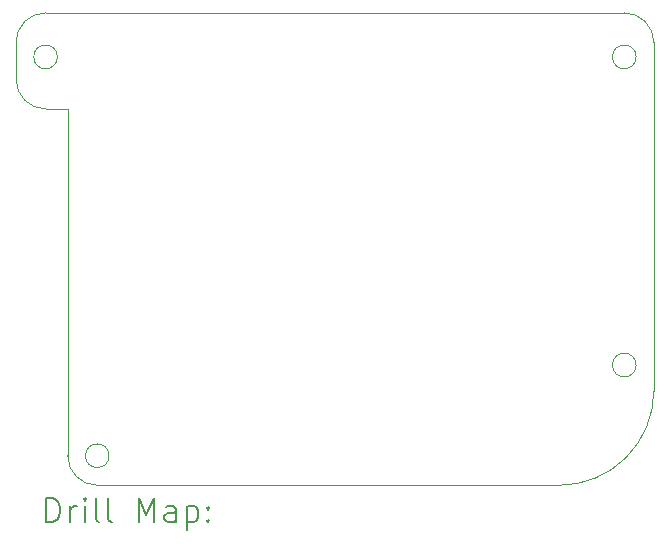
<source format=gbr>
%TF.GenerationSoftware,KiCad,Pcbnew,(6.0.9)*%
%TF.CreationDate,2023-05-28T23:14:15+10:00*%
%TF.ProjectId,SumoNyxPCB2.0,53756d6f-4e79-4785-9043-42322e302e6b,rev?*%
%TF.SameCoordinates,Original*%
%TF.FileFunction,Drillmap*%
%TF.FilePolarity,Positive*%
%FSLAX45Y45*%
G04 Gerber Fmt 4.5, Leading zero omitted, Abs format (unit mm)*
G04 Created by KiCad (PCBNEW (6.0.9)) date 2023-05-28 23:14:15*
%MOMM*%
%LPD*%
G01*
G04 APERTURE LIST*
%ADD10C,0.010000*%
%ADD11C,0.200000*%
G04 APERTURE END LIST*
D10*
X15912500Y-7188527D02*
X15912500Y-7188500D01*
X20975000Y-6625000D02*
G75*
G03*
X20725000Y-6375000I-250000J0D01*
G01*
X20725000Y-6375000D02*
X15825000Y-6375000D01*
X20825000Y-9357398D02*
G75*
G03*
X20825000Y-9357398I-100000J0D01*
G01*
X16012500Y-10125000D02*
G75*
G03*
X16262500Y-10375000I250000J0D01*
G01*
X15925000Y-6748198D02*
G75*
G03*
X15925000Y-6748198I-100000J0D01*
G01*
X16362500Y-10125000D02*
G75*
G03*
X16362500Y-10125000I-100000J0D01*
G01*
X20825000Y-6748198D02*
G75*
G03*
X20825000Y-6748198I-100000J0D01*
G01*
X15912500Y-7188500D02*
X16012500Y-7188500D01*
X16262500Y-10375000D02*
X20175000Y-10375000D01*
X15825000Y-7188527D02*
X15912500Y-7188527D01*
X20175000Y-10375000D02*
G75*
G03*
X20975000Y-9575000I0J800000D01*
G01*
X20975000Y-9575000D02*
X20975000Y-6625000D01*
X15575003Y-6938527D02*
G75*
G03*
X15825000Y-7188527I249997J-3D01*
G01*
X16012500Y-7188500D02*
X16012500Y-10125000D01*
X15825000Y-6375000D02*
G75*
G03*
X15575000Y-6625000I0J-250000D01*
G01*
X15575000Y-6625000D02*
X15575000Y-6938527D01*
D11*
X15832119Y-10685976D02*
X15832119Y-10485976D01*
X15879738Y-10485976D01*
X15908309Y-10495500D01*
X15927357Y-10514548D01*
X15936881Y-10533595D01*
X15946405Y-10571690D01*
X15946405Y-10600262D01*
X15936881Y-10638357D01*
X15927357Y-10657405D01*
X15908309Y-10676452D01*
X15879738Y-10685976D01*
X15832119Y-10685976D01*
X16032119Y-10685976D02*
X16032119Y-10552643D01*
X16032119Y-10590738D02*
X16041643Y-10571690D01*
X16051167Y-10562167D01*
X16070214Y-10552643D01*
X16089262Y-10552643D01*
X16155928Y-10685976D02*
X16155928Y-10552643D01*
X16155928Y-10485976D02*
X16146405Y-10495500D01*
X16155928Y-10505024D01*
X16165452Y-10495500D01*
X16155928Y-10485976D01*
X16155928Y-10505024D01*
X16279738Y-10685976D02*
X16260690Y-10676452D01*
X16251167Y-10657405D01*
X16251167Y-10485976D01*
X16384500Y-10685976D02*
X16365452Y-10676452D01*
X16355928Y-10657405D01*
X16355928Y-10485976D01*
X16613071Y-10685976D02*
X16613071Y-10485976D01*
X16679738Y-10628833D01*
X16746405Y-10485976D01*
X16746405Y-10685976D01*
X16927357Y-10685976D02*
X16927357Y-10581214D01*
X16917833Y-10562167D01*
X16898786Y-10552643D01*
X16860690Y-10552643D01*
X16841643Y-10562167D01*
X16927357Y-10676452D02*
X16908310Y-10685976D01*
X16860690Y-10685976D01*
X16841643Y-10676452D01*
X16832119Y-10657405D01*
X16832119Y-10638357D01*
X16841643Y-10619310D01*
X16860690Y-10609786D01*
X16908310Y-10609786D01*
X16927357Y-10600262D01*
X17022595Y-10552643D02*
X17022595Y-10752643D01*
X17022595Y-10562167D02*
X17041643Y-10552643D01*
X17079738Y-10552643D01*
X17098786Y-10562167D01*
X17108310Y-10571690D01*
X17117833Y-10590738D01*
X17117833Y-10647881D01*
X17108310Y-10666929D01*
X17098786Y-10676452D01*
X17079738Y-10685976D01*
X17041643Y-10685976D01*
X17022595Y-10676452D01*
X17203548Y-10666929D02*
X17213071Y-10676452D01*
X17203548Y-10685976D01*
X17194024Y-10676452D01*
X17203548Y-10666929D01*
X17203548Y-10685976D01*
X17203548Y-10562167D02*
X17213071Y-10571690D01*
X17203548Y-10581214D01*
X17194024Y-10571690D01*
X17203548Y-10562167D01*
X17203548Y-10581214D01*
M02*

</source>
